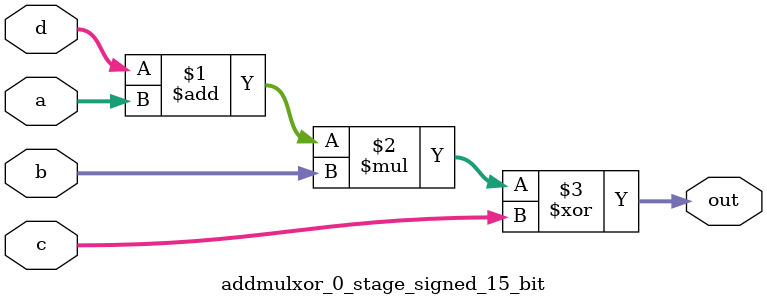
<source format=sv>
(* use_dsp = "yes" *) module addmulxor_0_stage_signed_15_bit(
	input signed [14:0] a,
	input signed [14:0] b,
	input signed [14:0] c,
	input signed [14:0] d,
	output [14:0] out
	);

	assign out = ((d + a) * b) ^ c;
endmodule

</source>
